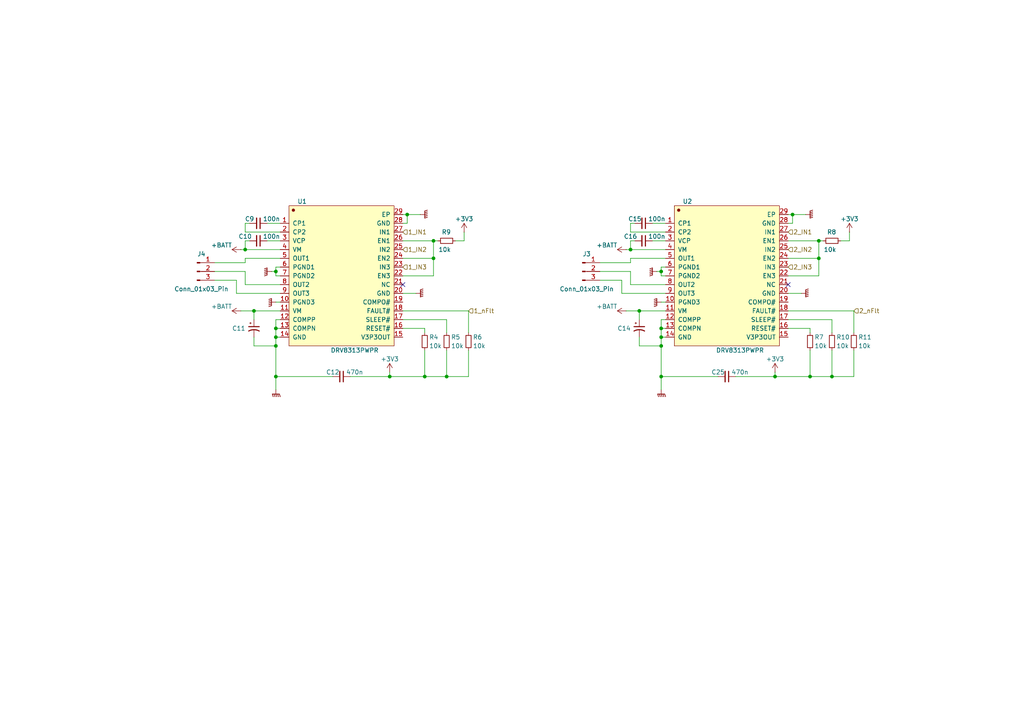
<source format=kicad_sch>
(kicad_sch (version 20231120) (generator "eeschema") (generator_version "8.0")
  (paper "A4")
  (lib_symbols
    (symbol "Connector:Conn_01x03_Pin" (pin_names (offset 1.016) hide)
      (property "Reference" "J" (at 0 5.08 0))
      (property "Value" "Conn_01x03_Pin" (at 0 -5.08 0))
      (symbol "Conn_01x03_Pin_1_1"
        (polyline (pts (xy 1.27 -2.54) (xy 0.8636 -2.54)) (stroke (width 0.1524)))
        (polyline (pts (xy 1.27 0) (xy 0.8636 0)) (stroke (width 0.1524)))
        (polyline (pts (xy 1.27 2.54) (xy 0.8636 2.54)) (stroke (width 0.1524)))
        (rectangle (start 0.8636 -2.413) (end 0 -2.667) (stroke (width 0.1524)) (fill (type outline)))
        (rectangle (start 0.8636 0.127) (end 0 -0.127) (stroke (width 0.1524)) (fill (type outline)))
        (rectangle (start 0.8636 2.667) (end 0 2.413) (stroke (width 0.1524)) (fill (type outline)))
        (pin passive line (at 5.08 2.54 180) (length 3.81) (name "Pin_1") (number "1"))
        (pin passive line (at 5.08 0 180) (length 3.81) (name "Pin_2") (number "2"))
        (pin passive line (at 5.08 -2.54 180) (length 3.81) (name "Pin_3") (number "3"))
      )
    )
    (symbol "Device:C_Polarized_Small_US" (pin_numbers hide) (pin_names (offset 0.254) hide)
      (property "Reference" "C" (at 0.254 1.778 0))
      (property "Value" "C_Polarized_Small_US" (at 0.254 -2.032 0))
      (symbol "C_Polarized_Small_US_0_1"
        (polyline (pts (xy -1.524 0.508) (xy 1.524 0.508)) (stroke (width 0.3048)))
        (polyline (pts (xy -1.27 1.524) (xy -0.762 1.524)))
        (polyline (pts (xy -1.016 1.27) (xy -1.016 1.778)))
        (arc (start 1.524 -0.762) (mid 0 -0.3734) (end -1.524 -0.762) (stroke (width 0.3048)))
      )
      (symbol "C_Polarized_Small_US_1_1"
        (pin passive line (at 0 2.54 270) (length 2.032) (name "~") (number "1"))
        (pin passive line (at 0 -2.54 90) (length 2.032) (name "~") (number "2"))
      )
    )
    (symbol "Device:C_Small" (pin_numbers hide) (pin_names (offset 0.254) hide)
      (property "Reference" "C" (at 0.254 1.778 0))
      (property "Value" "C_Small" (at 0.254 -2.032 0))
      (symbol "C_Small_0_1"
        (polyline (pts (xy -1.524 -0.508) (xy 1.524 -0.508)) (stroke (width 0.3302)))
        (polyline (pts (xy -1.524 0.508) (xy 1.524 0.508)) (stroke (width 0.3048)))
      )
      (symbol "C_Small_1_1"
        (pin passive line (at 0 2.54 270) (length 2.032) (name "~") (number "1"))
        (pin passive line (at 0 -2.54 90) (length 2.032) (name "~") (number "2"))
      )
    )
    (symbol "Device:R_Small" (pin_numbers hide) (pin_names (offset 0.254) hide)
      (property "Reference" "R" (at 0.762 0.508 0))
      (property "Value" "R_Small" (at 0.762 -1.016 0))
      (symbol "R_Small_0_1"
        (rectangle (start -0.762 1.778) (end 0.762 -1.778) (stroke (width 0.2032)))
      )
      (symbol "R_Small_1_1"
        (pin passive line (at 0 2.54 270) (length 0.762) (name "~") (number "1"))
        (pin passive line (at 0 -2.54 90) (length 0.762) (name "~") (number "2"))
      )
    )
    (symbol "bldcDriver:DRV8313PWPR" (pin_names (offset 1.016))
      (property "Reference" "U" (at 0 22.9362 0))
      (property "Value" "DRV8313PWPR" (at 0 28.0162 0))
      (symbol "DRV8313PWPR_1_1"
        (rectangle (start -15.24 20.32) (end 15.24 -20.32) (stroke (width 0.1524)) (fill (type background)))
        (circle (center -13.97 19.05) (radius 0.381) (stroke (width 0.1524)) (fill (type outline)))
        (pin input line (at -17.78 15.24 0) (length 2.54) (name "CP1") (number "1"))
        (pin input line (at -17.78 -7.62 0) (length 2.54) (name "PGND3") (number "10"))
        (pin input line (at -17.78 -10.16 0) (length 2.54) (name "VM") (number "11"))
        (pin input line (at -17.78 -12.7 0) (length 2.54) (name "COMPP") (number "12"))
        (pin input line (at -17.78 -15.24 0) (length 2.54) (name "COMPN") (number "13"))
        (pin input line (at -17.78 -17.78 0) (length 2.54) (name "GND") (number "14"))
        (pin input line (at 17.78 -17.78 180) (length 2.54) (name "V3P3OUT") (number "15"))
        (pin input line (at 17.78 -15.24 180) (length 2.54) (name "RESET#") (number "16"))
        (pin input line (at 17.78 -12.7 180) (length 2.54) (name "SLEEP#") (number "17"))
        (pin input line (at 17.78 -10.16 180) (length 2.54) (name "FAULT#") (number "18"))
        (pin input line (at 17.78 -7.62 180) (length 2.54) (name "COMPO#") (number "19"))
        (pin input line (at -17.78 12.7 0) (length 2.54) (name "CP2") (number "2"))
        (pin input line (at 17.78 -5.08 180) (length 2.54) (name "GND") (number "20"))
        (pin input line (at 17.78 -2.54 180) (length 2.54) (name "NC") (number "21"))
        (pin input line (at 17.78 0 180) (length 2.54) (name "EN3") (number "22"))
        (pin input line (at 17.78 2.54 180) (length 2.54) (name "IN3") (number "23"))
        (pin input line (at 17.78 5.08 180) (length 2.54) (name "EN2") (number "24"))
        (pin input line (at 17.78 7.62 180) (length 2.54) (name "IN2") (number "25"))
        (pin input line (at 17.78 10.16 180) (length 2.54) (name "EN1") (number "26"))
        (pin input line (at 17.78 12.7 180) (length 2.54) (name "IN1") (number "27"))
        (pin input line (at 17.78 15.24 180) (length 2.54) (name "GND") (number "28"))
        (pin input line (at 17.78 17.78 180) (length 2.54) (name "EP") (number "29"))
        (pin input line (at -17.78 10.16 0) (length 2.54) (name "VCP") (number "3"))
        (pin input line (at -17.78 7.62 0) (length 2.54) (name "VM") (number "4"))
        (pin input line (at -17.78 5.08 0) (length 2.54) (name "OUT1") (number "5"))
        (pin input line (at -17.78 2.54 0) (length 2.54) (name "PGND1") (number "6"))
        (pin input line (at -17.78 0 0) (length 2.54) (name "PGND2") (number "7"))
        (pin input line (at -17.78 -2.54 0) (length 2.54) (name "OUT2") (number "8"))
        (pin input line (at -17.78 -5.08 0) (length 2.54) (name "OUT3") (number "9"))
      )
    )
    (symbol "power:+3V3" (power) (pin_numbers hide) (pin_names (offset 0) hide)
      (property "Value" "+3V3" (at 0 3.556 0))
      (symbol "+3V3_0_1"
        (polyline (pts (xy -0.762 1.27) (xy 0 2.54)))
        (polyline (pts (xy 0 0) (xy 0 2.54)))
        (polyline (pts (xy 0 2.54) (xy 0.762 1.27)))
      )
      (symbol "+3V3_1_1"
        (pin power_in line (at 0 0 90) (length 0) (name "~") (number "1"))
      )
    )
    (symbol "power:+BATT" (power) (pin_numbers hide) (pin_names (offset 0) hide)
      (property "Value" "+BATT" (at 0 3.556 0))
      (symbol "+BATT_0_1"
        (polyline (pts (xy -0.762 1.27) (xy 0 2.54)))
        (polyline (pts (xy 0 0) (xy 0 2.54)))
        (polyline (pts (xy 0 2.54) (xy 0.762 1.27)))
      )
      (symbol "+BATT_1_1"
        (pin power_in line (at 0 0 90) (length 0) (name "~") (number "1"))
      )
    )
    (symbol "power:GNDPWR" (power) (pin_numbers hide) (pin_names (offset 0) hide)
      (property "Value" "GNDPWR" (at 0 -3.302 0))
      (symbol "GNDPWR_0_1"
        (polyline (pts (xy 0 -1.27) (xy 0 0)))
        (polyline (pts (xy -1.016 -1.27) (xy -1.27 -2.032) (xy -1.27 -2.032)) (stroke (width 0.2032)))
        (polyline (pts (xy -0.508 -1.27) (xy -0.762 -2.032) (xy -0.762 -2.032)) (stroke (width 0.2032)))
        (polyline (pts (xy 0 -1.27) (xy -0.254 -2.032) (xy -0.254 -2.032)) (stroke (width 0.2032)))
        (polyline (pts (xy 0.508 -1.27) (xy 0.254 -2.032) (xy 0.254 -2.032)) (stroke (width 0.2032)))
        (polyline (pts (xy 1.016 -1.27) (xy -1.016 -1.27) (xy -1.016 -1.27)) (stroke (width 0.2032)))
        (polyline (pts (xy 1.016 -1.27) (xy 0.762 -2.032) (xy 0.762 -2.032) (xy 0.762 -2.032)) (stroke (width 0.2032)))
      )
      (symbol "GNDPWR_1_1"
        (pin power_in line (at 0 0 270) (length 0) (name "~") (number "1"))
      )
    )
  )
  (junction (at 80.01 97.79))
  (junction (at 224.79 109.22))
  (junction (at 73.66 90.17))
  (junction (at 191.77 97.79))
  (junction (at 80.01 100.33))
  (junction (at 234.95 109.22))
  (junction (at 185.42 90.17))
  (junction (at 71.12 72.39))
  (junction (at 191.77 95.25))
  (junction (at 129.54 109.22))
  (junction (at 191.77 100.33))
  (junction (at 237.49 69.85))
  (junction (at 125.73 74.93))
  (junction (at 182.88 72.39))
  (junction (at 237.49 74.93))
  (junction (at 241.3 109.22))
  (junction (at 80.01 109.22))
  (junction (at 113.03 109.22))
  (junction (at 229.87 62.23))
  (junction (at 191.77 109.22))
  (junction (at 80.01 95.25))
  (junction (at 125.73 69.85))
  (junction (at 191.77 78.74))
  (junction (at 123.19 109.22))
  (junction (at 118.11 62.23))
  (junction (at 80.01 78.74))
  (no_connect (at 116.84 82.55))
  (no_connect (at 228.6 82.55))
  (wire (pts (xy 191.77 95.25) (xy 193.04 95.25)))
  (wire (pts (xy 80.01 97.79) (xy 80.01 100.33)))
  (wire (pts (xy 191.77 95.25) (xy 191.77 97.79)))
  (wire (pts (xy 69.85 90.17) (xy 73.66 90.17)))
  (wire (pts (xy 247.65 96.52) (xy 247.65 90.17)))
  (wire (pts (xy 68.58 81.28) (xy 68.58 85.09)))
  (wire (pts (xy 135.89 101.6) (xy 135.89 109.22)))
  (wire (pts (xy 73.66 90.17) (xy 81.28 90.17)))
  (wire (pts (xy 71.12 67.31) (xy 71.12 64.77)))
  (wire (pts (xy 116.84 80.01) (xy 125.73 80.01)))
  (wire (pts (xy 125.73 69.85) (xy 127 69.85)))
  (wire (pts (xy 129.54 101.6) (xy 129.54 109.22)))
  (wire (pts (xy 237.49 69.85) (xy 238.76 69.85)))
  (wire (pts (xy 129.54 92.71) (xy 116.84 92.71)))
  (wire (pts (xy 71.12 74.93) (xy 71.12 76.2)))
  (wire (pts (xy 185.42 100.33) (xy 191.77 100.33)))
  (wire (pts (xy 80.01 78.74) (xy 80.01 80.01)))
  (wire (pts (xy 190.5 78.74) (xy 191.77 78.74)))
  (wire (pts (xy 224.79 109.22) (xy 234.95 109.22)))
  (wire (pts (xy 80.01 97.79) (xy 81.28 97.79)))
  (wire (pts (xy 241.3 101.6) (xy 241.3 109.22)))
  (wire (pts (xy 116.84 69.85) (xy 125.73 69.85)))
  (wire (pts (xy 228.6 64.77) (xy 229.87 64.77)))
  (wire (pts (xy 116.84 64.77) (xy 118.11 64.77)))
  (wire (pts (xy 123.19 109.22) (xy 129.54 109.22)))
  (wire (pts (xy 134.62 67.31) (xy 134.62 69.85)))
  (wire (pts (xy 213.36 109.22) (xy 224.79 109.22)))
  (wire (pts (xy 71.12 72.39) (xy 71.12 69.85)))
  (wire (pts (xy 80.01 95.25) (xy 81.28 95.25)))
  (wire (pts (xy 71.12 78.74) (xy 62.23 78.74)))
  (wire (pts (xy 80.01 87.63) (xy 81.28 87.63)))
  (wire (pts (xy 81.28 92.71) (xy 80.01 92.71)))
  (wire (pts (xy 228.6 74.93) (xy 237.49 74.93)))
  (wire (pts (xy 191.77 109.22) (xy 191.77 113.03)))
  (wire (pts (xy 189.23 64.77) (xy 193.04 64.77)))
  (wire (pts (xy 68.58 85.09) (xy 81.28 85.09)))
  (wire (pts (xy 125.73 80.01) (xy 125.73 74.93)))
  (wire (pts (xy 80.01 92.71) (xy 80.01 95.25)))
  (wire (pts (xy 237.49 80.01) (xy 237.49 74.93)))
  (wire (pts (xy 237.49 74.93) (xy 237.49 69.85)))
  (wire (pts (xy 182.88 67.31) (xy 193.04 67.31)))
  (wire (pts (xy 181.61 90.17) (xy 185.42 90.17)))
  (wire (pts (xy 182.88 67.31) (xy 182.88 64.77)))
  (wire (pts (xy 135.89 96.52) (xy 135.89 90.17)))
  (wire (pts (xy 135.89 109.22) (xy 129.54 109.22)))
  (wire (pts (xy 123.19 101.6) (xy 123.19 109.22)))
  (wire (pts (xy 193.04 92.71) (xy 191.77 92.71)))
  (wire (pts (xy 81.28 77.47) (xy 80.01 77.47)))
  (wire (pts (xy 101.6 109.22) (xy 113.03 109.22)))
  (wire (pts (xy 123.19 96.52) (xy 123.19 95.25)))
  (wire (pts (xy 125.73 74.93) (xy 125.73 69.85)))
  (wire (pts (xy 234.95 95.25) (xy 228.6 95.25)))
  (wire (pts (xy 193.04 82.55) (xy 182.88 82.55)))
  (wire (pts (xy 191.77 78.74) (xy 191.77 80.01)))
  (wire (pts (xy 191.77 87.63) (xy 193.04 87.63)))
  (wire (pts (xy 182.88 82.55) (xy 182.88 78.74)))
  (wire (pts (xy 247.65 109.22) (xy 241.3 109.22)))
  (wire (pts (xy 246.38 67.31) (xy 246.38 69.85)))
  (wire (pts (xy 193.04 77.47) (xy 191.77 77.47)))
  (wire (pts (xy 234.95 101.6) (xy 234.95 109.22)))
  (wire (pts (xy 180.34 81.28) (xy 180.34 85.09)))
  (wire (pts (xy 73.66 90.17) (xy 73.66 92.71)))
  (wire (pts (xy 73.66 100.33) (xy 80.01 100.33)))
  (wire (pts (xy 71.12 64.77) (xy 72.39 64.77)))
  (wire (pts (xy 71.12 82.55) (xy 71.12 78.74)))
  (wire (pts (xy 191.77 100.33) (xy 191.77 109.22)))
  (wire (pts (xy 191.77 97.79) (xy 193.04 97.79)))
  (wire (pts (xy 69.85 72.39) (xy 71.12 72.39)))
  (wire (pts (xy 71.12 76.2) (xy 62.23 76.2)))
  (wire (pts (xy 118.11 64.77) (xy 118.11 62.23)))
  (wire (pts (xy 118.11 62.23) (xy 121.92 62.23)))
  (wire (pts (xy 113.03 107.95) (xy 113.03 109.22)))
  (wire (pts (xy 185.42 90.17) (xy 193.04 90.17)))
  (wire (pts (xy 113.03 109.22) (xy 123.19 109.22)))
  (wire (pts (xy 62.23 81.28) (xy 68.58 81.28)))
  (wire (pts (xy 182.88 64.77) (xy 184.15 64.77)))
  (wire (pts (xy 191.77 77.47) (xy 191.77 78.74)))
  (wire (pts (xy 247.65 90.17) (xy 228.6 90.17)))
  (wire (pts (xy 134.62 69.85) (xy 132.08 69.85)))
  (wire (pts (xy 80.01 80.01) (xy 81.28 80.01)))
  (wire (pts (xy 182.88 72.39) (xy 182.88 69.85)))
  (wire (pts (xy 118.11 62.23) (xy 116.84 62.23)))
  (wire (pts (xy 78.74 78.74) (xy 80.01 78.74)))
  (wire (pts (xy 182.88 74.93) (xy 182.88 76.2)))
  (wire (pts (xy 77.47 64.77) (xy 81.28 64.77)))
  (wire (pts (xy 80.01 109.22) (xy 96.52 109.22)))
  (wire (pts (xy 135.89 90.17) (xy 116.84 90.17)))
  (wire (pts (xy 116.84 85.09) (xy 120.65 85.09)))
  (wire (pts (xy 185.42 97.79) (xy 185.42 100.33)))
  (wire (pts (xy 191.77 80.01) (xy 193.04 80.01)))
  (wire (pts (xy 81.28 74.93) (xy 71.12 74.93)))
  (wire (pts (xy 234.95 109.22) (xy 241.3 109.22)))
  (wire (pts (xy 191.77 92.71) (xy 191.77 95.25)))
  (wire (pts (xy 77.47 69.85) (xy 81.28 69.85)))
  (wire (pts (xy 71.12 72.39) (xy 81.28 72.39)))
  (wire (pts (xy 80.01 109.22) (xy 80.01 113.03)))
  (wire (pts (xy 116.84 74.93) (xy 125.73 74.93)))
  (wire (pts (xy 247.65 101.6) (xy 247.65 109.22)))
  (wire (pts (xy 80.01 95.25) (xy 80.01 97.79)))
  (wire (pts (xy 71.12 67.31) (xy 81.28 67.31)))
  (wire (pts (xy 81.28 82.55) (xy 71.12 82.55)))
  (wire (pts (xy 73.66 97.79) (xy 73.66 100.33)))
  (wire (pts (xy 182.88 76.2) (xy 173.99 76.2)))
  (wire (pts (xy 180.34 85.09) (xy 193.04 85.09)))
  (wire (pts (xy 229.87 64.77) (xy 229.87 62.23)))
  (wire (pts (xy 191.77 109.22) (xy 208.28 109.22)))
  (wire (pts (xy 181.61 72.39) (xy 182.88 72.39)))
  (wire (pts (xy 123.19 95.25) (xy 116.84 95.25)))
  (wire (pts (xy 224.79 107.95) (xy 224.79 109.22)))
  (wire (pts (xy 182.88 78.74) (xy 173.99 78.74)))
  (wire (pts (xy 182.88 69.85) (xy 184.15 69.85)))
  (wire (pts (xy 71.12 69.85) (xy 72.39 69.85)))
  (wire (pts (xy 185.42 90.17) (xy 185.42 92.71)))
  (wire (pts (xy 129.54 96.52) (xy 129.54 92.71)))
  (wire (pts (xy 241.3 92.71) (xy 228.6 92.71)))
  (wire (pts (xy 182.88 72.39) (xy 193.04 72.39)))
  (wire (pts (xy 228.6 80.01) (xy 237.49 80.01)))
  (wire (pts (xy 229.87 62.23) (xy 233.68 62.23)))
  (wire (pts (xy 228.6 69.85) (xy 237.49 69.85)))
  (wire (pts (xy 228.6 85.09) (xy 232.41 85.09)))
  (wire (pts (xy 241.3 96.52) (xy 241.3 92.71)))
  (wire (pts (xy 191.77 97.79) (xy 191.77 100.33)))
  (wire (pts (xy 80.01 100.33) (xy 80.01 109.22)))
  (wire (pts (xy 246.38 69.85) (xy 243.84 69.85)))
  (wire (pts (xy 189.23 69.85) (xy 193.04 69.85)))
  (wire (pts (xy 193.04 74.93) (xy 182.88 74.93)))
  (wire (pts (xy 234.95 96.52) (xy 234.95 95.25)))
  (wire (pts (xy 229.87 62.23) (xy 228.6 62.23)))
  (wire (pts (xy 173.99 81.28) (xy 180.34 81.28)))
  (wire (pts (xy 80.01 77.47) (xy 80.01 78.74)))
  (hierarchical_label "2_nFlt" (shape input) (at 247.65 90.17 0))
  (hierarchical_label "1_IN2" (shape input) (at 116.84 72.39 0))
  (hierarchical_label "2_IN1" (shape input) (at 228.6 67.31 0))
  (hierarchical_label "1_nFlt" (shape input) (at 135.89 90.17 0))
  (hierarchical_label "1_IN1" (shape input) (at 116.84 67.31 0))
  (hierarchical_label "1_IN3" (shape input) (at 116.84 77.47 0))
  (hierarchical_label "2_IN3" (shape input) (at 228.6 77.47 0))
  (hierarchical_label "2_IN2" (shape input) (at 228.6 72.39 0))
  (symbol (lib_id "Device:C_Small") (at 74.93 64.77 270) (unit 1)
    (property "Reference" "C9" (at 72.39 63.5 90))
    (property "Value" "100n" (at 78.74 63.5 90))
    (property "Description" "Unpolarized capacitor, small symbol" (effects (hide yes)))
  )
  (symbol (lib_id "power:+3V3") (at 134.62 67.31 0) (unit 1)
    (property "Reference" "#PWR021" (effects (hide yes)))
    (property "Value" "+3V3" (at 134.62 63.5 0))
    (property "Description" "Power symbol creates a global label with name \"+3V3\"" (effects (hide yes)))
  )
  (symbol (lib_id "Device:C_Small") (at 99.06 109.22 270) (unit 1)
    (property "Reference" "C12" (at 96.52 107.95 90))
    (property "Value" "470n" (at 102.87 107.95 90))
    (property "Description" "Unpolarized capacitor, small symbol" (effects (hide yes)))
  )
  (symbol (lib_id "power:GNDPWR") (at 190.5 78.74 270) (mirror x) (unit 1)
    (property "Reference" "#PWR025" (effects (hide yes)))
    (property "Value" "GNDPWR" (effects (hide yes)))
    (property "Description" "Power symbol creates a global label with name \"GNDPWR\" , global ground" (effects (hide yes)))
  )
  (symbol (lib_id "Device:R_Small") (at 135.89 99.06 180) (unit 1)
    (property "Reference" "R6" (at 137.16 97.79 0) (effects (justify right)))
    (property "Value" "10k" (at 137.16 100.33 0) (effects (justify right)))
    (property "Description" "Resistor, small symbol" (effects (hide yes)))
  )
  (symbol (lib_id "power:+BATT") (at 69.85 90.17 90) (unit 1)
    (property "Reference" "#PWR014" (effects (hide yes)))
    (property "Value" "+BATT" (at 67.31 88.9 90) (effects (justify left)))
    (property "Description" "Power symbol creates a global label with name \"+BATT\"" (effects (hide yes)))
  )
  (symbol (lib_id "power:+3V3") (at 224.79 107.95 0) (unit 1)
    (property "Reference" "#PWR028" (effects (hide yes)))
    (property "Value" "+3V3" (at 224.79 104.14 0))
    (property "Description" "Power symbol creates a global label with name \"+3V3\"" (effects (hide yes)))
  )
  (symbol (lib_id "Device:R_Small") (at 234.95 99.06 180) (unit 1)
    (property "Reference" "R7" (at 236.22 97.79 0) (effects (justify right)))
    (property "Value" "10k" (at 236.22 100.33 0) (effects (justify right)))
    (property "Description" "Resistor, small symbol" (effects (hide yes)))
  )
  (symbol (lib_id "power:+BATT") (at 69.85 72.39 90) (unit 1)
    (property "Reference" "#PWR06" (effects (hide yes)))
    (property "Value" "+BATT" (at 67.31 71.12 90) (effects (justify left)))
    (property "Description" "Power symbol creates a global label with name \"+BATT\"" (effects (hide yes)))
  )
  (symbol (lib_id "power:GNDPWR") (at 232.41 85.09 90) (mirror x) (unit 1)
    (property "Reference" "#PWR029" (effects (hide yes)))
    (property "Value" "GNDPWR" (effects (hide yes)))
    (property "Description" "Power symbol creates a global label with name \"GNDPWR\" , global ground" (effects (hide yes)))
  )
  (symbol (lib_id "power:GNDPWR") (at 80.01 113.03 0) (mirror y) (unit 1)
    (property "Reference" "#PWR015" (effects (hide yes)))
    (property "Value" "GNDPWR" (effects (hide yes)))
    (property "Description" "Power symbol creates a global label with name \"GNDPWR\" , global ground" (effects (hide yes)))
  )
  (symbol (lib_id "power:+BATT") (at 181.61 90.17 90) (unit 1)
    (property "Reference" "#PWR024" (effects (hide yes)))
    (property "Value" "+BATT" (at 179.07 88.9 90) (effects (justify left)))
    (property "Description" "Power symbol creates a global label with name \"+BATT\"" (effects (hide yes)))
  )
  (symbol (lib_id "Device:R_Small") (at 129.54 99.06 180) (unit 1)
    (property "Reference" "R5" (at 130.81 97.79 0) (effects (justify right)))
    (property "Value" "10k" (at 130.81 100.33 0) (effects (justify right)))
    (property "Description" "Resistor, small symbol" (effects (hide yes)))
  )
  (symbol (lib_id "Device:C_Small") (at 74.93 69.85 270) (unit 1)
    (property "Reference" "C10" (at 71.12 68.58 90))
    (property "Value" "100n" (at 78.74 68.58 90))
    (property "Description" "Unpolarized capacitor, small symbol" (effects (hide yes)))
  )
  (symbol (lib_id "bldcDriver:DRV8313PWPR") (at 210.82 80.01 0) (unit 1)
    (property "Reference" "U2" (at 199.39 58.42 0))
    (property "Value" "DRV8313PWPR" (at 214.63 101.6 0))
    (property "Footprint" "balancerDriver:HTSSOP-28_L9.8-W4.5-P0.65-LS6.6-BL-EP" (effects (hide yes)))
    (property "Datasheet" "http://www.szlcsc.com/product/details_93675.html" (effects (hide yes)))
    (property "SuppliersPartNumber" "C92482" (effects (hide yes)))
    (property "uuid" "std:3ed0da1c2bed4a78869cf1e29555b3a4" (effects (hide yes)))
  )
  (symbol (lib_id "power:GNDPWR") (at 80.01 87.63 270) (mirror x) (unit 1)
    (property "Reference" "#PWR08" (effects (hide yes)))
    (property "Value" "GNDPWR" (effects (hide yes)))
    (property "Description" "Power symbol creates a global label with name \"GNDPWR\" , global ground" (effects (hide yes)))
  )
  (symbol (lib_id "bldcDriver:DRV8313PWPR") (at 99.06 80.01 0) (unit 1)
    (property "Reference" "U1" (at 87.63 58.42 0))
    (property "Value" "DRV8313PWPR" (at 102.87 101.6 0))
    (property "Footprint" "balancerDriver:HTSSOP-28_L9.8-W4.5-P0.65-LS6.6-BL-EP" (effects (hide yes)))
    (property "Datasheet" "http://www.szlcsc.com/product/details_93675.html" (effects (hide yes)))
    (property "SuppliersPartNumber" "C92482" (effects (hide yes)))
    (property "uuid" "std:3ed0da1c2bed4a78869cf1e29555b3a4" (effects (hide yes)))
  )
  (symbol (lib_id "power:+3V3") (at 246.38 67.31 0) (unit 1)
    (property "Reference" "#PWR031" (effects (hide yes)))
    (property "Value" "+3V3" (at 246.38 63.5 0))
    (property "Description" "Power symbol creates a global label with name \"+3V3\"" (effects (hide yes)))
  )
  (symbol (lib_id "power:+3V3") (at 113.03 107.95 0) (unit 1)
    (property "Reference" "#PWR019" (effects (hide yes)))
    (property "Value" "+3V3" (at 113.03 104.14 0))
    (property "Description" "Power symbol creates a global label with name \"+3V3\"" (effects (hide yes)))
  )
  (symbol (lib_id "power:GNDPWR") (at 233.68 62.23 90) (mirror x) (unit 1)
    (property "Reference" "#PWR030" (effects (hide yes)))
    (property "Value" "GNDPWR" (effects (hide yes)))
    (property "Description" "Power symbol creates a global label with name \"GNDPWR\" , global ground" (effects (hide yes)))
  )
  (symbol (lib_id "Connector:Conn_01x03_Pin") (at 168.91 78.74 0) (unit 1)
    (property "Reference" "J3" (at 170.18 73.66 0))
    (property "Value" "Conn_01x03_Pin" (at 170.18 83.82 0))
    (property "Description" "Generic connector, single row, 01x03, script generated" (effects (hide yes)))
  )
  (symbol (lib_id "Device:C_Small") (at 210.82 109.22 270) (unit 1)
    (property "Reference" "C25" (at 208.28 107.95 90))
    (property "Value" "470n" (at 214.63 107.95 90))
    (property "Description" "Unpolarized capacitor, small symbol" (effects (hide yes)))
  )
  (symbol (lib_id "Device:C_Small") (at 186.69 64.77 270) (unit 1)
    (property "Reference" "C15" (at 184.15 63.5 90))
    (property "Value" "100n" (at 190.5 63.5 90))
    (property "Description" "Unpolarized capacitor, small symbol" (effects (hide yes)))
  )
  (symbol (lib_id "Device:R_Small") (at 123.19 99.06 180) (unit 1)
    (property "Reference" "R4" (at 124.46 97.79 0) (effects (justify right)))
    (property "Value" "10k" (at 124.46 100.33 0) (effects (justify right)))
    (property "Description" "Resistor, small symbol" (effects (hide yes)))
  )
  (symbol (lib_id "Device:R_Small") (at 241.3 69.85 270) (unit 1)
    (property "Reference" "R8" (at 242.57 67.31 90) (effects (justify right)))
    (property "Value" "10k" (at 242.57 72.39 90) (effects (justify right)))
    (property "Description" "Resistor, small symbol" (effects (hide yes)))
  )
  (symbol (lib_id "Device:C_Polarized_Small_US") (at 73.66 95.25 0) (unit 1)
    (property "Reference" "C11" (at 67.31 95.25 0) (effects (justify left)))
    (property "Value" "C_Polarized_Small_US" (effects (hide yes)))
    (property "Description" "Polarized capacitor, small US symbol" (effects (hide yes)))
  )
  (symbol (lib_id "Device:C_Small") (at 186.69 69.85 270) (unit 1)
    (property "Reference" "C16" (at 182.88 68.58 90))
    (property "Value" "100n" (at 190.5 68.58 90))
    (property "Description" "Unpolarized capacitor, small symbol" (effects (hide yes)))
  )
  (symbol (lib_id "power:GNDPWR") (at 78.74 78.74 270) (mirror x) (unit 1)
    (property "Reference" "#PWR07" (effects (hide yes)))
    (property "Value" "GNDPWR" (effects (hide yes)))
    (property "Description" "Power symbol creates a global label with name \"GNDPWR\" , global ground" (effects (hide yes)))
  )
  (symbol (lib_id "power:GNDPWR") (at 120.65 85.09 90) (mirror x) (unit 1)
    (property "Reference" "#PWR020" (effects (hide yes)))
    (property "Value" "GNDPWR" (effects (hide yes)))
    (property "Description" "Power symbol creates a global label with name \"GNDPWR\" , global ground" (effects (hide yes)))
  )
  (symbol (lib_id "power:+BATT") (at 181.61 72.39 90) (unit 1)
    (property "Reference" "#PWR023" (effects (hide yes)))
    (property "Value" "+BATT" (at 179.07 71.12 90) (effects (justify left)))
    (property "Description" "Power symbol creates a global label with name \"+BATT\"" (effects (hide yes)))
  )
  (symbol (lib_id "Device:R_Small") (at 247.65 99.06 180) (unit 1)
    (property "Reference" "R11" (at 248.92 97.79 0) (effects (justify right)))
    (property "Value" "10k" (at 248.92 100.33 0) (effects (justify right)))
    (property "Description" "Resistor, small symbol" (effects (hide yes)))
  )
  (symbol (lib_id "Device:R_Small") (at 241.3 99.06 180) (unit 1)
    (property "Reference" "R10" (at 242.57 97.79 0) (effects (justify right)))
    (property "Value" "10k" (at 242.57 100.33 0) (effects (justify right)))
    (property "Description" "Resistor, small symbol" (effects (hide yes)))
  )
  (symbol (lib_id "Device:R_Small") (at 129.54 69.85 270) (unit 1)
    (property "Reference" "R9" (at 130.81 67.31 90) (effects (justify right)))
    (property "Value" "10k" (at 130.81 72.39 90) (effects (justify right)))
    (property "Description" "Resistor, small symbol" (effects (hide yes)))
  )
  (symbol (lib_id "power:GNDPWR") (at 121.92 62.23 90) (mirror x) (unit 1)
    (property "Reference" "#PWR022" (effects (hide yes)))
    (property "Value" "GNDPWR" (effects (hide yes)))
    (property "Description" "Power symbol creates a global label with name \"GNDPWR\" , global ground" (effects (hide yes)))
  )
  (symbol (lib_id "Device:C_Polarized_Small_US") (at 185.42 95.25 0) (unit 1)
    (property "Reference" "C14" (at 179.07 95.25 0) (effects (justify left)))
    (property "Value" "C_Polarized_Small_US" (effects (hide yes)))
    (property "Description" "Polarized capacitor, small US symbol" (effects (hide yes)))
  )
  (symbol (lib_id "Connector:Conn_01x03_Pin") (at 57.15 78.74 0) (unit 1)
    (property "Reference" "J4" (at 58.42 73.66 0))
    (property "Value" "Conn_01x03_Pin" (at 58.42 83.82 0))
    (property "Description" "Generic connector, single row, 01x03, script generated" (effects (hide yes)))
  )
  (symbol (lib_id "power:GNDPWR") (at 191.77 113.03 0) (mirror y) (unit 1)
    (property "Reference" "#PWR027" (effects (hide yes)))
    (property "Value" "GNDPWR" (effects (hide yes)))
    (property "Description" "Power symbol creates a global label with name \"GNDPWR\" , global ground" (effects (hide yes)))
  )
  (symbol (lib_id "power:GNDPWR") (at 191.77 87.63 270) (mirror x) (unit 1)
    (property "Reference" "#PWR026" (effects (hide yes)))
    (property "Value" "GNDPWR" (effects (hide yes)))
    (property "Description" "Power symbol creates a global label with name \"GNDPWR\" , global ground" (effects (hide yes)))
  )
)
</source>
